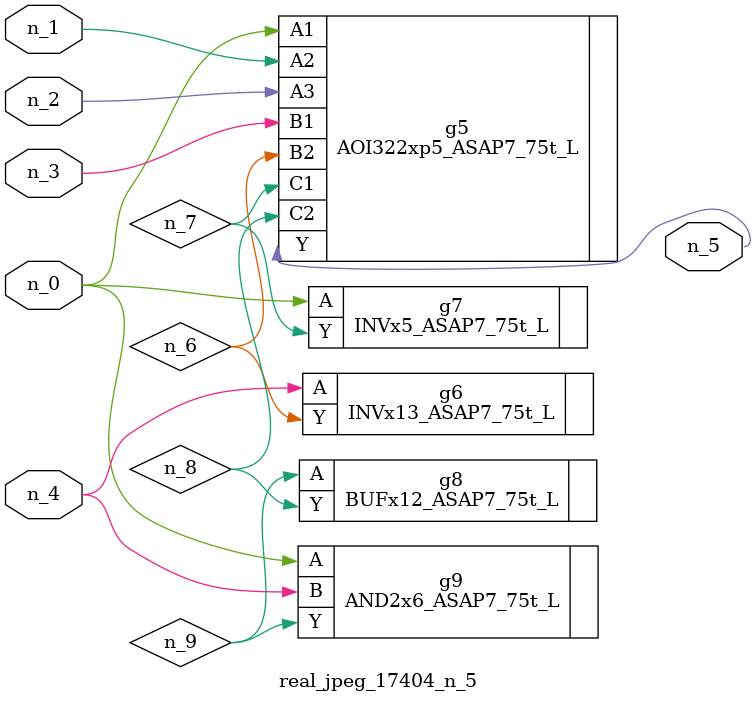
<source format=v>
module real_jpeg_17404_n_5 (n_4, n_0, n_1, n_2, n_3, n_5);

input n_4;
input n_0;
input n_1;
input n_2;
input n_3;

output n_5;

wire n_8;
wire n_6;
wire n_7;
wire n_9;

AOI322xp5_ASAP7_75t_L g5 ( 
.A1(n_0),
.A2(n_1),
.A3(n_2),
.B1(n_3),
.B2(n_6),
.C1(n_7),
.C2(n_8),
.Y(n_5)
);

INVx5_ASAP7_75t_L g7 ( 
.A(n_0),
.Y(n_7)
);

AND2x6_ASAP7_75t_L g9 ( 
.A(n_0),
.B(n_4),
.Y(n_9)
);

INVx13_ASAP7_75t_L g6 ( 
.A(n_4),
.Y(n_6)
);

BUFx12_ASAP7_75t_L g8 ( 
.A(n_9),
.Y(n_8)
);


endmodule
</source>
